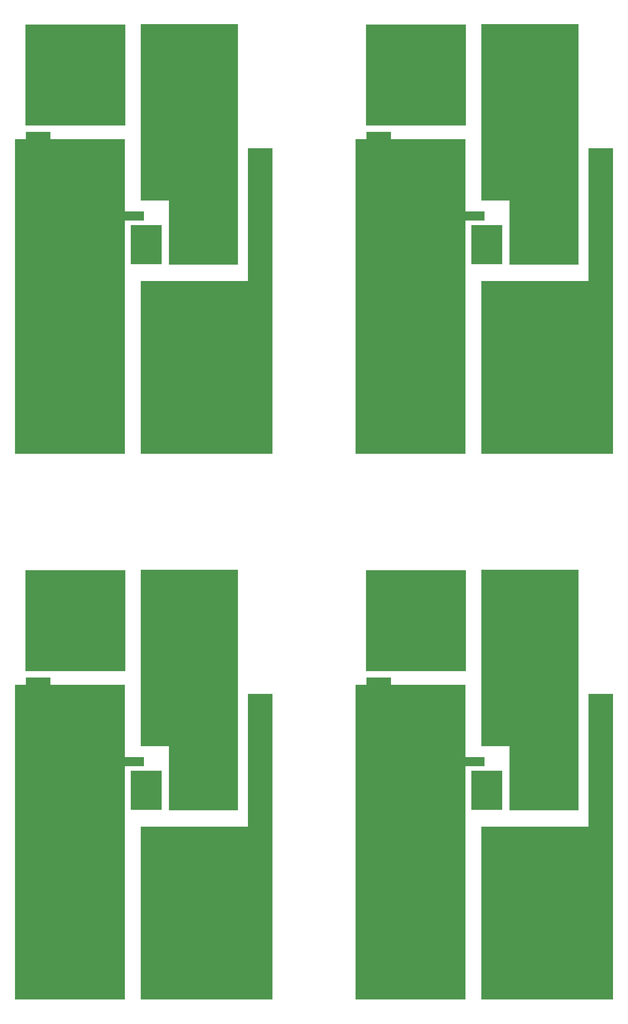
<source format=gbl>
%FSLAX25Y25*%
%MOIN*%
G70*
G01*
G75*
G04 Layer_Physical_Order=2*
G04 Layer_Color=16711680*
%ADD10C,0.05906*%
%ADD11C,0.07087*%
%ADD12R,0.07087X0.07087*%
%ADD13C,0.27000*%
%ADD14R,0.07087X0.07087*%
%ADD15C,0.09843*%
%ADD16R,0.09055X0.05906*%
%ADD17C,0.05000*%
%ADD18C,0.06000*%
%ADD19R,0.23000X0.29000*%
%ADD20R,0.50800X0.48500*%
%ADD21R,0.25000X0.07000*%
%ADD22R,0.71440X1.29200*%
%ADD23R,0.94240X1.26700*%
%ADD24R,0.80583X2.30800*%
%ADD25R,0.73443X0.74200*%
%ADD26R,0.18000X0.18000*%
%ADD27R,0.26000X0.12800*%
%ADD28R,0.18000X2.24000*%
D10*
X380000Y241000D02*
D03*
X465000Y278000D02*
D03*
X380000Y216000D02*
D03*
X465000Y271000D02*
D03*
X380000Y641000D02*
D03*
X465000Y678000D02*
D03*
X380000Y616000D02*
D03*
X465000Y671000D02*
D03*
X130000Y641000D02*
D03*
X215000Y678000D02*
D03*
X130000Y616000D02*
D03*
X215000Y671000D02*
D03*
X130000Y216000D02*
D03*
X215000Y271000D02*
D03*
X130000Y241000D02*
D03*
X215000Y278000D02*
D03*
D11*
X562000Y338000D02*
D03*
X552000D02*
D03*
X562000Y348000D02*
D03*
X434000Y437332D02*
D03*
X444000D02*
D03*
X434000Y427332D02*
D03*
X389000Y350000D02*
D03*
Y360000D02*
D03*
X399000Y350000D02*
D03*
X525000Y437332D02*
D03*
X535000D02*
D03*
X525000Y427332D02*
D03*
X562000Y738000D02*
D03*
X552000D02*
D03*
X562000Y748000D02*
D03*
X434000Y837332D02*
D03*
X444000D02*
D03*
X434000Y827332D02*
D03*
X389000Y750000D02*
D03*
Y760000D02*
D03*
X399000Y750000D02*
D03*
X525000Y837332D02*
D03*
X535000D02*
D03*
X525000Y827332D02*
D03*
X312000Y738000D02*
D03*
X302000D02*
D03*
X312000Y748000D02*
D03*
X184000Y837332D02*
D03*
X194000D02*
D03*
X184000Y827332D02*
D03*
X139000Y750000D02*
D03*
Y760000D02*
D03*
X149000Y750000D02*
D03*
X275000Y837332D02*
D03*
X285000D02*
D03*
X275000Y827332D02*
D03*
Y437332D02*
D03*
X285000D02*
D03*
X275000Y427332D02*
D03*
X139000Y350000D02*
D03*
Y360000D02*
D03*
X149000Y350000D02*
D03*
X184000Y437332D02*
D03*
X194000D02*
D03*
X184000Y427332D02*
D03*
X312000Y338000D02*
D03*
X302000D02*
D03*
X312000Y348000D02*
D03*
D12*
X552000D02*
D03*
X444000Y427332D02*
D03*
X535000D02*
D03*
X552000Y748000D02*
D03*
X444000Y827332D02*
D03*
X535000D02*
D03*
X302000Y748000D02*
D03*
X194000Y827332D02*
D03*
X285000D02*
D03*
Y427332D02*
D03*
X194000D02*
D03*
X302000Y348000D02*
D03*
D13*
X493173Y339200D02*
D03*
X434151D02*
D03*
Y388400D02*
D03*
X493173D02*
D03*
X434130Y229300D02*
D03*
X493151D02*
D03*
Y180100D02*
D03*
X434130D02*
D03*
X493173Y739200D02*
D03*
X434151D02*
D03*
Y788400D02*
D03*
X493173D02*
D03*
X434130Y629300D02*
D03*
X493151D02*
D03*
Y580100D02*
D03*
X434130D02*
D03*
X243173Y739200D02*
D03*
X184151D02*
D03*
Y788400D02*
D03*
X243173D02*
D03*
X184130Y629300D02*
D03*
X243151D02*
D03*
Y580100D02*
D03*
X184130D02*
D03*
Y229300D02*
D03*
X243151D02*
D03*
Y180100D02*
D03*
X184130D02*
D03*
X243173Y339200D02*
D03*
X184151D02*
D03*
Y388400D02*
D03*
X243173D02*
D03*
D14*
X399000Y360000D02*
D03*
Y760000D02*
D03*
X149000D02*
D03*
Y360000D02*
D03*
D15*
X535392Y284700D02*
D03*
X472400Y284700D02*
D03*
X535392Y684700D02*
D03*
X472400Y684700D02*
D03*
X285392Y684700D02*
D03*
X222400Y684700D02*
D03*
X285392Y284700D02*
D03*
X222400Y284700D02*
D03*
D16*
X467500Y292632D02*
D03*
Y302500D02*
D03*
Y692632D02*
D03*
Y702500D02*
D03*
X217500Y692632D02*
D03*
Y702500D02*
D03*
Y292632D02*
D03*
Y302500D02*
D03*
D17*
X552000Y338000D02*
X561000D01*
X434151Y308849D02*
X449700Y293300D01*
X552000Y738000D02*
X561000D01*
X434151Y708849D02*
X449700Y693300D01*
X302000Y738000D02*
X311000D01*
X184151Y708849D02*
X199700Y693300D01*
X184151Y308849D02*
X199700Y293300D01*
X302000Y338000D02*
X311000D01*
D18*
X434151Y319049D02*
X453400Y299800D01*
X434151Y719049D02*
X453400Y699800D01*
X184151Y719049D02*
X203400Y699800D01*
X184151Y319049D02*
X203400Y299800D01*
D19*
X473500Y281500D02*
D03*
Y681500D02*
D03*
X223500D02*
D03*
Y281500D02*
D03*
D20*
X515400Y291250D02*
D03*
Y691250D02*
D03*
X265400D02*
D03*
Y291250D02*
D03*
D21*
X459500Y302500D02*
D03*
Y702500D02*
D03*
X209500D02*
D03*
Y302500D02*
D03*
D22*
X505080Y378400D02*
D03*
Y778400D02*
D03*
X255080D02*
D03*
Y378400D02*
D03*
D23*
X516480Y191350D02*
D03*
Y591350D02*
D03*
X266480D02*
D03*
Y191350D02*
D03*
D24*
X417291Y243400D02*
D03*
Y643400D02*
D03*
X167291D02*
D03*
Y243400D02*
D03*
D25*
X421221Y405900D02*
D03*
Y805900D02*
D03*
X171221D02*
D03*
Y405900D02*
D03*
D26*
X394000Y355000D02*
D03*
Y755000D02*
D03*
X144000D02*
D03*
Y355000D02*
D03*
D27*
X405000Y352400D02*
D03*
Y752400D02*
D03*
X155000D02*
D03*
Y352400D02*
D03*
D28*
X557000Y240000D02*
D03*
Y640000D02*
D03*
X307000D02*
D03*
Y240000D02*
D03*
M02*

</source>
